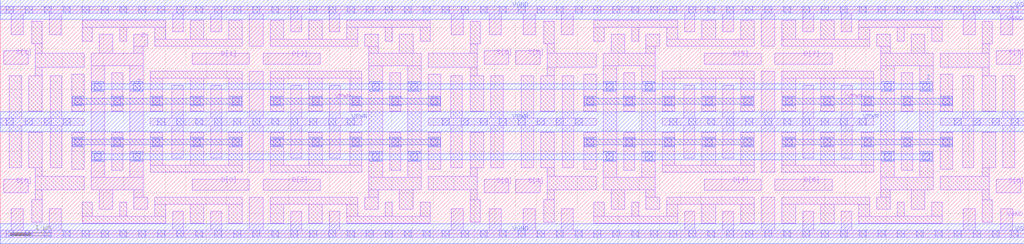
<source format=lef>
# Copyright 2020 The SkyWater PDK Authors
#
# Licensed under the Apache License, Version 2.0 (the "License");
# you may not use this file except in compliance with the License.
# You may obtain a copy of the License at
#
#     https://www.apache.org/licenses/LICENSE-2.0
#
# Unless required by applicable law or agreed to in writing, software
# distributed under the License is distributed on an "AS IS" BASIS,
# WITHOUT WARRANTIES OR CONDITIONS OF ANY KIND, either express or implied.
# See the License for the specific language governing permissions and
# limitations under the License.
#
# SPDX-License-Identifier: Apache-2.0

VERSION 5.7 ;
  NOWIREEXTENSIONATPIN ON ;
  DIVIDERCHAR "/" ;
  BUSBITCHARS "[]" ;
UNITS
  DATABASE MICRONS 200 ;
END UNITS
PROPERTYDEFINITIONS
  MACRO maskLayoutSubType STRING ;
  MACRO prCellType STRING ;
  MACRO originalViewName STRING ;
END PROPERTYDEFINITIONS
MACRO sky130_fd_sc_hdll__muxb8to1_4
  CLASS CORE ;
  FOREIGN sky130_fd_sc_hdll__muxb8to1_4 ;
  ORIGIN  0.000000  0.000000 ;
  SIZE  24.84000 BY  5.440000 ;
  SYMMETRY X Y R90 ;
  SITE unithd ;
  PIN D[0]
    ANTENNAGATEAREA  1.110000 ;
    DIRECTION INPUT ;
    USE SIGNAL ;
    PORT
      LAYER li1 ;
        RECT 4.655000 1.055000 6.045000 1.325000 ;
    END
  END D[0]
  PIN D[1]
    ANTENNAGATEAREA  1.110000 ;
    DIRECTION INPUT ;
    USE SIGNAL ;
    PORT
      LAYER li1 ;
        RECT 4.655000 4.115000 6.045000 4.385000 ;
    END
  END D[1]
  PIN D[2]
    ANTENNAGATEAREA  1.110000 ;
    DIRECTION INPUT ;
    USE SIGNAL ;
    PORT
      LAYER li1 ;
        RECT 6.375000 1.055000 7.765000 1.325000 ;
    END
  END D[2]
  PIN D[3]
    ANTENNAGATEAREA  1.110000 ;
    DIRECTION INPUT ;
    USE SIGNAL ;
    PORT
      LAYER li1 ;
        RECT 6.375000 4.115000 7.765000 4.385000 ;
    END
  END D[3]
  PIN D[4]
    ANTENNAGATEAREA  1.110000 ;
    DIRECTION INPUT ;
    USE SIGNAL ;
    PORT
      LAYER li1 ;
        RECT 17.075000 1.055000 18.465000 1.325000 ;
    END
  END D[4]
  PIN D[5]
    ANTENNAGATEAREA  1.110000 ;
    DIRECTION INPUT ;
    USE SIGNAL ;
    PORT
      LAYER li1 ;
        RECT 17.075000 4.115000 18.465000 4.385000 ;
    END
  END D[5]
  PIN D[6]
    ANTENNAGATEAREA  1.110000 ;
    DIRECTION INPUT ;
    USE SIGNAL ;
    PORT
      LAYER li1 ;
        RECT 18.795000 1.055000 20.185000 1.325000 ;
    END
  END D[6]
  PIN D[7]
    ANTENNAGATEAREA  1.110000 ;
    DIRECTION INPUT ;
    USE SIGNAL ;
    PORT
      LAYER li1 ;
        RECT 18.795000 4.115000 20.185000 4.385000 ;
    END
  END D[7]
  PIN S[0]
    ANTENNAGATEAREA  0.733200 ;
    DIRECTION INPUT ;
    USE SIGNAL ;
    PORT
      LAYER li1 ;
        RECT 0.085000 0.995000 0.680000 1.325000 ;
    END
  END S[0]
  PIN S[1]
    ANTENNAGATEAREA  0.733200 ;
    DIRECTION INPUT ;
    USE SIGNAL ;
    PORT
      LAYER li1 ;
        RECT 0.085000 4.115000 0.680000 4.445000 ;
    END
  END S[1]
  PIN S[2]
    ANTENNAGATEAREA  0.733200 ;
    DIRECTION INPUT ;
    USE SIGNAL ;
    PORT
      LAYER li1 ;
        RECT 11.740000 0.995000 12.335000 1.325000 ;
    END
  END S[2]
  PIN S[3]
    ANTENNAGATEAREA  0.733200 ;
    DIRECTION INPUT ;
    USE SIGNAL ;
    PORT
      LAYER li1 ;
        RECT 11.740000 4.115000 12.335000 4.445000 ;
    END
  END S[3]
  PIN S[4]
    ANTENNAGATEAREA  0.733200 ;
    DIRECTION INPUT ;
    USE SIGNAL ;
    PORT
      LAYER li1 ;
        RECT 12.505000 0.995000 13.100000 1.325000 ;
    END
  END S[4]
  PIN S[5]
    ANTENNAGATEAREA  0.733200 ;
    DIRECTION INPUT ;
    USE SIGNAL ;
    PORT
      LAYER li1 ;
        RECT 12.505000 4.115000 13.100000 4.445000 ;
    END
  END S[5]
  PIN S[6]
    ANTENNAGATEAREA  0.733200 ;
    DIRECTION INPUT ;
    USE SIGNAL ;
    PORT
      LAYER li1 ;
        RECT 24.160000 0.995000 24.755000 1.325000 ;
    END
  END S[6]
  PIN S[7]
    ANTENNAGATEAREA  0.733200 ;
    DIRECTION INPUT ;
    USE SIGNAL ;
    PORT
      LAYER li1 ;
        RECT 24.160000 4.115000 24.755000 4.445000 ;
    END
  END S[7]
  PIN Z
    ANTENNADIFFAREA  6.051200 ;
    DIRECTION OUTPUT ;
    USE SIGNAL ;
    PORT
      LAYER li1 ;
        RECT 2.205000 1.065000 3.475000 1.365000 ;
        RECT 2.205000 1.365000 2.535000 4.075000 ;
        RECT 2.205000 4.075000 3.475000 4.375000 ;
        RECT 2.405000 0.595000 2.735000 1.065000 ;
        RECT 2.405000 4.375000 2.735000 4.845000 ;
        RECT 3.145000 1.365000 3.475000 4.075000 ;
        RECT 3.245000 0.595000 3.575000 0.885000 ;
        RECT 3.245000 0.885000 3.475000 1.065000 ;
        RECT 3.245000 4.375000 3.475000 4.555000 ;
        RECT 3.245000 4.555000 3.575000 4.845000 ;
      LAYER mcon ;
        RECT 2.285000 1.785000 2.455000 1.955000 ;
        RECT 2.285000 3.485000 2.455000 3.655000 ;
        RECT 3.225000 1.785000 3.395000 1.955000 ;
        RECT 3.225000 3.485000 3.395000 3.655000 ;
    END
    PORT
      LAYER met1 ;
        RECT  2.225000 1.755000  2.515000 1.800000 ;
        RECT  2.225000 1.800000 22.615000 1.940000 ;
        RECT  2.225000 1.940000  2.515000 1.985000 ;
        RECT  2.225000 3.455000  2.515000 3.500000 ;
        RECT  2.225000 3.500000 22.615000 3.640000 ;
        RECT  2.225000 3.640000  2.515000 3.685000 ;
        RECT  3.165000 1.755000  3.455000 1.800000 ;
        RECT  3.165000 1.940000  3.455000 1.985000 ;
        RECT  3.165000 3.455000  3.455000 3.500000 ;
        RECT  3.165000 3.640000  3.455000 3.685000 ;
        RECT  8.965000 1.755000  9.255000 1.800000 ;
        RECT  8.965000 1.940000  9.255000 1.985000 ;
        RECT  8.965000 3.455000  9.255000 3.500000 ;
        RECT  8.965000 3.640000  9.255000 3.685000 ;
        RECT  9.905000 1.755000 10.195000 1.800000 ;
        RECT  9.905000 1.940000 10.195000 1.985000 ;
        RECT  9.905000 3.455000 10.195000 3.500000 ;
        RECT  9.905000 3.640000 10.195000 3.685000 ;
        RECT 14.645000 1.755000 14.935000 1.800000 ;
        RECT 14.645000 1.940000 14.935000 1.985000 ;
        RECT 14.645000 3.455000 14.935000 3.500000 ;
        RECT 14.645000 3.640000 14.935000 3.685000 ;
        RECT 15.585000 1.755000 15.875000 1.800000 ;
        RECT 15.585000 1.940000 15.875000 1.985000 ;
        RECT 15.585000 3.455000 15.875000 3.500000 ;
        RECT 15.585000 3.640000 15.875000 3.685000 ;
        RECT 21.385000 1.755000 21.675000 1.800000 ;
        RECT 21.385000 1.940000 21.675000 1.985000 ;
        RECT 21.385000 3.455000 21.675000 3.500000 ;
        RECT 21.385000 3.640000 21.675000 3.685000 ;
        RECT 22.325000 1.755000 22.615000 1.800000 ;
        RECT 22.325000 1.940000 22.615000 1.985000 ;
        RECT 22.325000 3.455000 22.615000 3.500000 ;
        RECT 22.325000 3.640000 22.615000 3.685000 ;
    END
  END Z
  PIN VGND
    DIRECTION INOUT ;
    USE GROUND ;
    PORT
      LAYER li1 ;
        RECT  0.000000 -0.085000 24.840000 0.085000 ;
        RECT  0.270000  0.085000  0.560000 0.610000 ;
        RECT  1.190000  0.085000  1.480000 0.610000 ;
        RECT  4.185000  0.085000  4.435000 0.545000 ;
        RECT  5.105000  0.085000  5.375000 0.545000 ;
        RECT  6.045000  0.085000  6.375000 0.885000 ;
        RECT  7.045000  0.085000  7.315000 0.545000 ;
        RECT  7.985000  0.085000  8.235000 0.545000 ;
        RECT 10.940000  0.085000 11.230000 0.610000 ;
        RECT 11.860000  0.085000 12.150000 0.610000 ;
        RECT 12.690000  0.085000 12.980000 0.610000 ;
        RECT 13.610000  0.085000 13.900000 0.610000 ;
        RECT 16.605000  0.085000 16.855000 0.545000 ;
        RECT 17.525000  0.085000 17.795000 0.545000 ;
        RECT 18.465000  0.085000 18.795000 0.885000 ;
        RECT 19.465000  0.085000 19.735000 0.545000 ;
        RECT 20.405000  0.085000 20.655000 0.545000 ;
        RECT 23.360000  0.085000 23.650000 0.610000 ;
        RECT 24.280000  0.085000 24.570000 0.610000 ;
      LAYER mcon ;
        RECT  0.145000 -0.085000  0.315000 0.085000 ;
        RECT  0.605000 -0.085000  0.775000 0.085000 ;
        RECT  1.065000 -0.085000  1.235000 0.085000 ;
        RECT  1.525000 -0.085000  1.695000 0.085000 ;
        RECT  1.985000 -0.085000  2.155000 0.085000 ;
        RECT  2.445000 -0.085000  2.615000 0.085000 ;
        RECT  2.905000 -0.085000  3.075000 0.085000 ;
        RECT  3.365000 -0.085000  3.535000 0.085000 ;
        RECT  3.825000 -0.085000  3.995000 0.085000 ;
        RECT  4.285000 -0.085000  4.455000 0.085000 ;
        RECT  4.745000 -0.085000  4.915000 0.085000 ;
        RECT  5.205000 -0.085000  5.375000 0.085000 ;
        RECT  5.665000 -0.085000  5.835000 0.085000 ;
        RECT  6.125000 -0.085000  6.295000 0.085000 ;
        RECT  6.585000 -0.085000  6.755000 0.085000 ;
        RECT  7.045000 -0.085000  7.215000 0.085000 ;
        RECT  7.505000 -0.085000  7.675000 0.085000 ;
        RECT  7.965000 -0.085000  8.135000 0.085000 ;
        RECT  8.425000 -0.085000  8.595000 0.085000 ;
        RECT  8.885000 -0.085000  9.055000 0.085000 ;
        RECT  9.345000 -0.085000  9.515000 0.085000 ;
        RECT  9.805000 -0.085000  9.975000 0.085000 ;
        RECT 10.265000 -0.085000 10.435000 0.085000 ;
        RECT 10.725000 -0.085000 10.895000 0.085000 ;
        RECT 11.185000 -0.085000 11.355000 0.085000 ;
        RECT 11.645000 -0.085000 11.815000 0.085000 ;
        RECT 12.105000 -0.085000 12.275000 0.085000 ;
        RECT 12.565000 -0.085000 12.735000 0.085000 ;
        RECT 13.025000 -0.085000 13.195000 0.085000 ;
        RECT 13.485000 -0.085000 13.655000 0.085000 ;
        RECT 13.945000 -0.085000 14.115000 0.085000 ;
        RECT 14.405000 -0.085000 14.575000 0.085000 ;
        RECT 14.865000 -0.085000 15.035000 0.085000 ;
        RECT 15.325000 -0.085000 15.495000 0.085000 ;
        RECT 15.785000 -0.085000 15.955000 0.085000 ;
        RECT 16.245000 -0.085000 16.415000 0.085000 ;
        RECT 16.705000 -0.085000 16.875000 0.085000 ;
        RECT 17.165000 -0.085000 17.335000 0.085000 ;
        RECT 17.625000 -0.085000 17.795000 0.085000 ;
        RECT 18.085000 -0.085000 18.255000 0.085000 ;
        RECT 18.545000 -0.085000 18.715000 0.085000 ;
        RECT 19.005000 -0.085000 19.175000 0.085000 ;
        RECT 19.465000 -0.085000 19.635000 0.085000 ;
        RECT 19.925000 -0.085000 20.095000 0.085000 ;
        RECT 20.385000 -0.085000 20.555000 0.085000 ;
        RECT 20.845000 -0.085000 21.015000 0.085000 ;
        RECT 21.305000 -0.085000 21.475000 0.085000 ;
        RECT 21.765000 -0.085000 21.935000 0.085000 ;
        RECT 22.225000 -0.085000 22.395000 0.085000 ;
        RECT 22.685000 -0.085000 22.855000 0.085000 ;
        RECT 23.145000 -0.085000 23.315000 0.085000 ;
        RECT 23.605000 -0.085000 23.775000 0.085000 ;
        RECT 24.065000 -0.085000 24.235000 0.085000 ;
        RECT 24.525000 -0.085000 24.695000 0.085000 ;
    END
    PORT
      LAYER li1 ;
        RECT  0.000000 5.355000 24.840000 5.525000 ;
        RECT  0.270000 4.830000  0.560000 5.355000 ;
        RECT  1.190000 4.830000  1.480000 5.355000 ;
        RECT  4.185000 4.895000  4.435000 5.355000 ;
        RECT  5.105000 4.895000  5.375000 5.355000 ;
        RECT  6.045000 4.555000  6.375000 5.355000 ;
        RECT  7.045000 4.895000  7.315000 5.355000 ;
        RECT  7.985000 4.895000  8.235000 5.355000 ;
        RECT 10.940000 4.830000 11.230000 5.355000 ;
        RECT 11.860000 4.830000 12.150000 5.355000 ;
        RECT 12.690000 4.830000 12.980000 5.355000 ;
        RECT 13.610000 4.830000 13.900000 5.355000 ;
        RECT 16.605000 4.895000 16.855000 5.355000 ;
        RECT 17.525000 4.895000 17.795000 5.355000 ;
        RECT 18.465000 4.555000 18.795000 5.355000 ;
        RECT 19.465000 4.895000 19.735000 5.355000 ;
        RECT 20.405000 4.895000 20.655000 5.355000 ;
        RECT 23.360000 4.830000 23.650000 5.355000 ;
        RECT 24.280000 4.830000 24.570000 5.355000 ;
      LAYER mcon ;
        RECT  0.145000 5.355000  0.315000 5.525000 ;
        RECT  0.605000 5.355000  0.775000 5.525000 ;
        RECT  1.065000 5.355000  1.235000 5.525000 ;
        RECT  1.525000 5.355000  1.695000 5.525000 ;
        RECT  1.985000 5.355000  2.155000 5.525000 ;
        RECT  2.445000 5.355000  2.615000 5.525000 ;
        RECT  2.905000 5.355000  3.075000 5.525000 ;
        RECT  3.365000 5.355000  3.535000 5.525000 ;
        RECT  3.825000 5.355000  3.995000 5.525000 ;
        RECT  4.285000 5.355000  4.455000 5.525000 ;
        RECT  4.745000 5.355000  4.915000 5.525000 ;
        RECT  5.205000 5.355000  5.375000 5.525000 ;
        RECT  5.665000 5.355000  5.835000 5.525000 ;
        RECT  6.125000 5.355000  6.295000 5.525000 ;
        RECT  6.585000 5.355000  6.755000 5.525000 ;
        RECT  7.045000 5.355000  7.215000 5.525000 ;
        RECT  7.505000 5.355000  7.675000 5.525000 ;
        RECT  7.965000 5.355000  8.135000 5.525000 ;
        RECT  8.425000 5.355000  8.595000 5.525000 ;
        RECT  8.885000 5.355000  9.055000 5.525000 ;
        RECT  9.345000 5.355000  9.515000 5.525000 ;
        RECT  9.805000 5.355000  9.975000 5.525000 ;
        RECT 10.265000 5.355000 10.435000 5.525000 ;
        RECT 10.725000 5.355000 10.895000 5.525000 ;
        RECT 11.185000 5.355000 11.355000 5.525000 ;
        RECT 11.645000 5.355000 11.815000 5.525000 ;
        RECT 12.105000 5.355000 12.275000 5.525000 ;
        RECT 12.565000 5.355000 12.735000 5.525000 ;
        RECT 13.025000 5.355000 13.195000 5.525000 ;
        RECT 13.485000 5.355000 13.655000 5.525000 ;
        RECT 13.945000 5.355000 14.115000 5.525000 ;
        RECT 14.405000 5.355000 14.575000 5.525000 ;
        RECT 14.865000 5.355000 15.035000 5.525000 ;
        RECT 15.325000 5.355000 15.495000 5.525000 ;
        RECT 15.785000 5.355000 15.955000 5.525000 ;
        RECT 16.245000 5.355000 16.415000 5.525000 ;
        RECT 16.705000 5.355000 16.875000 5.525000 ;
        RECT 17.165000 5.355000 17.335000 5.525000 ;
        RECT 17.625000 5.355000 17.795000 5.525000 ;
        RECT 18.085000 5.355000 18.255000 5.525000 ;
        RECT 18.545000 5.355000 18.715000 5.525000 ;
        RECT 19.005000 5.355000 19.175000 5.525000 ;
        RECT 19.465000 5.355000 19.635000 5.525000 ;
        RECT 19.925000 5.355000 20.095000 5.525000 ;
        RECT 20.385000 5.355000 20.555000 5.525000 ;
        RECT 20.845000 5.355000 21.015000 5.525000 ;
        RECT 21.305000 5.355000 21.475000 5.525000 ;
        RECT 21.765000 5.355000 21.935000 5.525000 ;
        RECT 22.225000 5.355000 22.395000 5.525000 ;
        RECT 22.685000 5.355000 22.855000 5.525000 ;
        RECT 23.145000 5.355000 23.315000 5.525000 ;
        RECT 23.605000 5.355000 23.775000 5.525000 ;
        RECT 24.065000 5.355000 24.235000 5.525000 ;
        RECT 24.525000 5.355000 24.695000 5.525000 ;
    END
    PORT
      LAYER met1 ;
        RECT 0.000000 -0.240000 24.840000 0.240000 ;
    END
    PORT
      LAYER met1 ;
        RECT 0.000000 5.200000 24.840000 5.680000 ;
    END
  END VGND
  PIN VPWR
    DIRECTION INOUT ;
    USE POWER ;
    PORT
      LAYER li1 ;
        RECT 16.065000 2.635000 21.195000 2.805000 ;
        RECT 16.585000 1.835000 16.855000 2.635000 ;
        RECT 16.585000 2.805000 16.855000 3.605000 ;
        RECT 17.525000 1.835000 17.795000 2.635000 ;
        RECT 17.525000 2.805000 17.795000 3.605000 ;
        RECT 18.465000 1.495000 18.795000 2.635000 ;
        RECT 18.465000 2.805000 18.795000 3.945000 ;
        RECT 19.465000 1.835000 19.735000 2.635000 ;
        RECT 19.465000 2.805000 19.735000 3.605000 ;
        RECT 20.405000 1.835000 20.675000 2.635000 ;
        RECT 20.405000 2.805000 20.675000 3.605000 ;
      LAYER mcon ;
        RECT 16.245000 2.635000 16.415000 2.805000 ;
        RECT 16.705000 2.635000 16.875000 2.805000 ;
        RECT 17.165000 2.635000 17.335000 2.805000 ;
        RECT 17.625000 2.635000 17.795000 2.805000 ;
        RECT 18.085000 2.635000 18.255000 2.805000 ;
        RECT 18.545000 2.635000 18.715000 2.805000 ;
        RECT 19.005000 2.635000 19.175000 2.805000 ;
        RECT 19.465000 2.635000 19.635000 2.805000 ;
        RECT 19.925000 2.635000 20.095000 2.805000 ;
        RECT 20.385000 2.635000 20.555000 2.805000 ;
        RECT 20.845000 2.635000 21.015000 2.805000 ;
    END
    PORT
      LAYER li1 ;
        RECT 3.645000 2.635000 8.775000 2.805000 ;
        RECT 4.165000 1.835000 4.435000 2.635000 ;
        RECT 4.165000 2.805000 4.435000 3.605000 ;
        RECT 5.105000 1.835000 5.375000 2.635000 ;
        RECT 5.105000 2.805000 5.375000 3.605000 ;
        RECT 6.045000 1.495000 6.375000 2.635000 ;
        RECT 6.045000 2.805000 6.375000 3.945000 ;
        RECT 7.045000 1.835000 7.315000 2.635000 ;
        RECT 7.045000 2.805000 7.315000 3.605000 ;
        RECT 7.985000 1.835000 8.255000 2.635000 ;
        RECT 7.985000 2.805000 8.255000 3.605000 ;
      LAYER mcon ;
        RECT 3.825000 2.635000 3.995000 2.805000 ;
        RECT 4.285000 2.635000 4.455000 2.805000 ;
        RECT 4.745000 2.635000 4.915000 2.805000 ;
        RECT 5.205000 2.635000 5.375000 2.805000 ;
        RECT 5.665000 2.635000 5.835000 2.805000 ;
        RECT 6.125000 2.635000 6.295000 2.805000 ;
        RECT 6.585000 2.635000 6.755000 2.805000 ;
        RECT 7.045000 2.635000 7.215000 2.805000 ;
        RECT 7.505000 2.635000 7.675000 2.805000 ;
        RECT 7.965000 2.635000 8.135000 2.805000 ;
        RECT 8.425000 2.635000 8.595000 2.805000 ;
    END
    PORT
      LAYER met1 ;
        RECT 0.000000 2.480000 24.840000 2.960000 ;
    END
  END VPWR
  OBS
    LAYER li1 ;
      RECT  0.000000 2.635000  2.035000 2.805000 ;
      RECT  0.220000 1.605000  0.520000 2.635000 ;
      RECT  0.220000 2.805000  0.520000 3.835000 ;
      RECT  0.690000 1.605000  1.020000 2.465000 ;
      RECT  0.690000 2.975000  1.020000 3.835000 ;
      RECT  0.770000 0.280000  1.020000 0.825000 ;
      RECT  0.770000 4.615000  1.020000 5.160000 ;
      RECT  0.850000 0.825000  1.020000 1.065000 ;
      RECT  0.850000 1.065000  2.035000 1.395000 ;
      RECT  0.850000 1.395000  1.020000 1.605000 ;
      RECT  0.850000 3.835000  1.020000 4.045000 ;
      RECT  0.850000 4.045000  2.035000 4.375000 ;
      RECT  0.850000 4.375000  1.020000 4.615000 ;
      RECT  1.215000 1.605000  1.490000 2.635000 ;
      RECT  1.215000 2.805000  1.490000 3.835000 ;
      RECT  1.735000 1.565000  2.035000 2.465000 ;
      RECT  1.735000 2.975000  2.035000 3.875000 ;
      RECT  1.985000 0.255000  4.015000 0.425000 ;
      RECT  1.985000 0.425000  2.235000 0.770000 ;
      RECT  1.985000 4.670000  2.235000 5.015000 ;
      RECT  1.985000 5.015000  4.015000 5.185000 ;
      RECT  2.705000 1.535000  2.975000 2.465000 ;
      RECT  2.705000 2.975000  2.975000 3.905000 ;
      RECT  2.905000 0.425000  3.075000 0.770000 ;
      RECT  2.905000 4.670000  3.075000 5.015000 ;
      RECT  3.645000 1.495000  5.875000 1.665000 ;
      RECT  3.645000 1.665000  3.945000 2.465000 ;
      RECT  3.645000 2.975000  3.945000 3.775000 ;
      RECT  3.645000 3.775000  5.875000 3.945000 ;
      RECT  3.745000 0.425000  4.015000 0.715000 ;
      RECT  3.745000 0.715000  5.875000 0.885000 ;
      RECT  3.745000 4.555000  5.875000 4.725000 ;
      RECT  3.745000 4.725000  4.015000 5.015000 ;
      RECT  4.605000 0.255000  4.935000 0.715000 ;
      RECT  4.605000 1.665000  4.935000 2.465000 ;
      RECT  4.605000 2.975000  4.935000 3.775000 ;
      RECT  4.605000 4.725000  4.935000 5.185000 ;
      RECT  5.545000 0.255000  5.875000 0.715000 ;
      RECT  5.545000 1.665000  5.875000 2.465000 ;
      RECT  5.545000 2.975000  5.875000 3.775000 ;
      RECT  5.545000 4.725000  5.875000 5.185000 ;
      RECT  6.545000 0.255000  6.875000 0.715000 ;
      RECT  6.545000 0.715000  8.675000 0.885000 ;
      RECT  6.545000 1.495000  8.775000 1.665000 ;
      RECT  6.545000 1.665000  6.875000 2.465000 ;
      RECT  6.545000 2.975000  6.875000 3.775000 ;
      RECT  6.545000 3.775000  8.775000 3.945000 ;
      RECT  6.545000 4.555000  8.675000 4.725000 ;
      RECT  6.545000 4.725000  6.875000 5.185000 ;
      RECT  7.485000 0.255000  7.815000 0.715000 ;
      RECT  7.485000 1.665000  7.815000 2.465000 ;
      RECT  7.485000 2.975000  7.815000 3.775000 ;
      RECT  7.485000 4.725000  7.815000 5.185000 ;
      RECT  8.405000 0.255000 10.435000 0.425000 ;
      RECT  8.405000 0.425000  8.675000 0.715000 ;
      RECT  8.405000 4.725000  8.675000 5.015000 ;
      RECT  8.405000 5.015000 10.435000 5.185000 ;
      RECT  8.475000 1.665000  8.775000 2.465000 ;
      RECT  8.475000 2.975000  8.775000 3.775000 ;
      RECT  8.845000 0.595000  9.175000 0.885000 ;
      RECT  8.845000 4.555000  9.175000 4.845000 ;
      RECT  8.945000 0.885000  9.175000 1.065000 ;
      RECT  8.945000 1.065000 10.215000 1.365000 ;
      RECT  8.945000 1.365000  9.275000 4.075000 ;
      RECT  8.945000 4.075000 10.215000 4.375000 ;
      RECT  8.945000 4.375000  9.175000 4.555000 ;
      RECT  9.345000 0.425000  9.515000 0.770000 ;
      RECT  9.345000 4.670000  9.515000 5.015000 ;
      RECT  9.445000 1.535000  9.715000 2.465000 ;
      RECT  9.445000 2.975000  9.715000 3.905000 ;
      RECT  9.685000 0.595000 10.015000 1.065000 ;
      RECT  9.685000 4.375000 10.015000 4.845000 ;
      RECT  9.885000 1.365000 10.215000 4.075000 ;
      RECT 10.185000 0.425000 10.435000 0.770000 ;
      RECT 10.185000 4.670000 10.435000 5.015000 ;
      RECT 10.385000 1.065000 11.570000 1.395000 ;
      RECT 10.385000 1.565000 10.685000 2.465000 ;
      RECT 10.385000 2.635000 14.455000 2.805000 ;
      RECT 10.385000 2.975000 10.685000 3.875000 ;
      RECT 10.385000 4.045000 11.570000 4.375000 ;
      RECT 10.930000 1.605000 11.205000 2.635000 ;
      RECT 10.930000 2.805000 11.205000 3.835000 ;
      RECT 11.400000 0.280000 11.650000 0.825000 ;
      RECT 11.400000 0.825000 11.570000 1.065000 ;
      RECT 11.400000 1.395000 11.570000 1.605000 ;
      RECT 11.400000 1.605000 11.730000 2.465000 ;
      RECT 11.400000 2.975000 11.730000 3.835000 ;
      RECT 11.400000 3.835000 11.570000 4.045000 ;
      RECT 11.400000 4.375000 11.570000 4.615000 ;
      RECT 11.400000 4.615000 11.650000 5.160000 ;
      RECT 11.900000 1.605000 12.200000 2.635000 ;
      RECT 11.900000 2.805000 12.200000 3.835000 ;
      RECT 12.640000 1.605000 12.940000 2.635000 ;
      RECT 12.640000 2.805000 12.940000 3.835000 ;
      RECT 13.110000 1.605000 13.440000 2.465000 ;
      RECT 13.110000 2.975000 13.440000 3.835000 ;
      RECT 13.190000 0.280000 13.440000 0.825000 ;
      RECT 13.190000 4.615000 13.440000 5.160000 ;
      RECT 13.270000 0.825000 13.440000 1.065000 ;
      RECT 13.270000 1.065000 14.455000 1.395000 ;
      RECT 13.270000 1.395000 13.440000 1.605000 ;
      RECT 13.270000 3.835000 13.440000 4.045000 ;
      RECT 13.270000 4.045000 14.455000 4.375000 ;
      RECT 13.270000 4.375000 13.440000 4.615000 ;
      RECT 13.635000 1.605000 13.910000 2.635000 ;
      RECT 13.635000 2.805000 13.910000 3.835000 ;
      RECT 14.155000 1.565000 14.455000 2.465000 ;
      RECT 14.155000 2.975000 14.455000 3.875000 ;
      RECT 14.405000 0.255000 16.435000 0.425000 ;
      RECT 14.405000 0.425000 14.655000 0.770000 ;
      RECT 14.405000 4.670000 14.655000 5.015000 ;
      RECT 14.405000 5.015000 16.435000 5.185000 ;
      RECT 14.625000 1.065000 15.895000 1.365000 ;
      RECT 14.625000 1.365000 14.955000 4.075000 ;
      RECT 14.625000 4.075000 15.895000 4.375000 ;
      RECT 14.825000 0.595000 15.155000 1.065000 ;
      RECT 14.825000 4.375000 15.155000 4.845000 ;
      RECT 15.125000 1.535000 15.395000 2.465000 ;
      RECT 15.125000 2.975000 15.395000 3.905000 ;
      RECT 15.325000 0.425000 15.495000 0.770000 ;
      RECT 15.325000 4.670000 15.495000 5.015000 ;
      RECT 15.565000 1.365000 15.895000 4.075000 ;
      RECT 15.665000 0.595000 15.995000 0.885000 ;
      RECT 15.665000 0.885000 15.895000 1.065000 ;
      RECT 15.665000 4.375000 15.895000 4.555000 ;
      RECT 15.665000 4.555000 15.995000 4.845000 ;
      RECT 16.065000 1.495000 18.295000 1.665000 ;
      RECT 16.065000 1.665000 16.365000 2.465000 ;
      RECT 16.065000 2.975000 16.365000 3.775000 ;
      RECT 16.065000 3.775000 18.295000 3.945000 ;
      RECT 16.165000 0.425000 16.435000 0.715000 ;
      RECT 16.165000 0.715000 18.295000 0.885000 ;
      RECT 16.165000 4.555000 18.295000 4.725000 ;
      RECT 16.165000 4.725000 16.435000 5.015000 ;
      RECT 17.025000 0.255000 17.355000 0.715000 ;
      RECT 17.025000 1.665000 17.355000 2.465000 ;
      RECT 17.025000 2.975000 17.355000 3.775000 ;
      RECT 17.025000 4.725000 17.355000 5.185000 ;
      RECT 17.965000 0.255000 18.295000 0.715000 ;
      RECT 17.965000 1.665000 18.295000 2.465000 ;
      RECT 17.965000 2.975000 18.295000 3.775000 ;
      RECT 17.965000 4.725000 18.295000 5.185000 ;
      RECT 18.965000 0.255000 19.295000 0.715000 ;
      RECT 18.965000 0.715000 21.095000 0.885000 ;
      RECT 18.965000 1.495000 21.195000 1.665000 ;
      RECT 18.965000 1.665000 19.295000 2.465000 ;
      RECT 18.965000 2.975000 19.295000 3.775000 ;
      RECT 18.965000 3.775000 21.195000 3.945000 ;
      RECT 18.965000 4.555000 21.095000 4.725000 ;
      RECT 18.965000 4.725000 19.295000 5.185000 ;
      RECT 19.905000 0.255000 20.235000 0.715000 ;
      RECT 19.905000 1.665000 20.235000 2.465000 ;
      RECT 19.905000 2.975000 20.235000 3.775000 ;
      RECT 19.905000 4.725000 20.235000 5.185000 ;
      RECT 20.825000 0.255000 22.855000 0.425000 ;
      RECT 20.825000 0.425000 21.095000 0.715000 ;
      RECT 20.825000 4.725000 21.095000 5.015000 ;
      RECT 20.825000 5.015000 22.855000 5.185000 ;
      RECT 20.895000 1.665000 21.195000 2.465000 ;
      RECT 20.895000 2.975000 21.195000 3.775000 ;
      RECT 21.265000 0.595000 21.595000 0.885000 ;
      RECT 21.265000 4.555000 21.595000 4.845000 ;
      RECT 21.365000 0.885000 21.595000 1.065000 ;
      RECT 21.365000 1.065000 22.635000 1.365000 ;
      RECT 21.365000 1.365000 21.695000 4.075000 ;
      RECT 21.365000 4.075000 22.635000 4.375000 ;
      RECT 21.365000 4.375000 21.595000 4.555000 ;
      RECT 21.765000 0.425000 21.935000 0.770000 ;
      RECT 21.765000 4.670000 21.935000 5.015000 ;
      RECT 21.865000 1.535000 22.135000 2.465000 ;
      RECT 21.865000 2.975000 22.135000 3.905000 ;
      RECT 22.105000 0.595000 22.435000 1.065000 ;
      RECT 22.105000 4.375000 22.435000 4.845000 ;
      RECT 22.305000 1.365000 22.635000 4.075000 ;
      RECT 22.605000 0.425000 22.855000 0.770000 ;
      RECT 22.605000 4.670000 22.855000 5.015000 ;
      RECT 22.805000 1.065000 23.990000 1.395000 ;
      RECT 22.805000 1.565000 23.105000 2.465000 ;
      RECT 22.805000 2.635000 24.840000 2.805000 ;
      RECT 22.805000 2.975000 23.105000 3.875000 ;
      RECT 22.805000 4.045000 23.990000 4.375000 ;
      RECT 23.350000 1.605000 23.625000 2.635000 ;
      RECT 23.350000 2.805000 23.625000 3.835000 ;
      RECT 23.820000 0.280000 24.070000 0.825000 ;
      RECT 23.820000 0.825000 23.990000 1.065000 ;
      RECT 23.820000 1.395000 23.990000 1.605000 ;
      RECT 23.820000 1.605000 24.150000 2.465000 ;
      RECT 23.820000 2.975000 24.150000 3.835000 ;
      RECT 23.820000 3.835000 23.990000 4.045000 ;
      RECT 23.820000 4.375000 23.990000 4.615000 ;
      RECT 23.820000 4.615000 24.070000 5.160000 ;
      RECT 24.320000 1.605000 24.620000 2.635000 ;
      RECT 24.320000 2.805000 24.620000 3.835000 ;
    LAYER mcon ;
      RECT  0.145000 2.635000  0.315000 2.805000 ;
      RECT  0.605000 2.635000  0.775000 2.805000 ;
      RECT  1.065000 2.635000  1.235000 2.805000 ;
      RECT  1.525000 2.635000  1.695000 2.805000 ;
      RECT  1.805000 2.140000  1.975000 2.310000 ;
      RECT  1.805000 3.130000  1.975000 3.300000 ;
      RECT  2.755000 2.140000  2.925000 2.310000 ;
      RECT  2.755000 3.130000  2.925000 3.300000 ;
      RECT  3.705000 2.140000  3.875000 2.310000 ;
      RECT  3.705000 3.130000  3.875000 3.300000 ;
      RECT  4.685000 2.140000  4.855000 2.310000 ;
      RECT  4.685000 3.130000  4.855000 3.300000 ;
      RECT  5.625000 2.140000  5.795000 2.310000 ;
      RECT  5.625000 3.130000  5.795000 3.300000 ;
      RECT  6.625000 2.140000  6.795000 2.310000 ;
      RECT  6.625000 3.130000  6.795000 3.300000 ;
      RECT  7.565000 2.140000  7.735000 2.310000 ;
      RECT  7.565000 3.130000  7.735000 3.300000 ;
      RECT  8.545000 2.140000  8.715000 2.310000 ;
      RECT  8.545000 3.130000  8.715000 3.300000 ;
      RECT  9.025000 1.785000  9.195000 1.955000 ;
      RECT  9.025000 3.485000  9.195000 3.655000 ;
      RECT  9.495000 2.140000  9.665000 2.310000 ;
      RECT  9.495000 3.130000  9.665000 3.300000 ;
      RECT  9.965000 1.785000 10.135000 1.955000 ;
      RECT  9.965000 3.485000 10.135000 3.655000 ;
      RECT 10.445000 2.140000 10.615000 2.310000 ;
      RECT 10.445000 3.130000 10.615000 3.300000 ;
      RECT 10.725000 2.635000 10.895000 2.805000 ;
      RECT 11.185000 2.635000 11.355000 2.805000 ;
      RECT 11.645000 2.635000 11.815000 2.805000 ;
      RECT 12.105000 2.635000 12.275000 2.805000 ;
      RECT 12.565000 2.635000 12.735000 2.805000 ;
      RECT 13.025000 2.635000 13.195000 2.805000 ;
      RECT 13.485000 2.635000 13.655000 2.805000 ;
      RECT 13.945000 2.635000 14.115000 2.805000 ;
      RECT 14.225000 2.140000 14.395000 2.310000 ;
      RECT 14.225000 3.130000 14.395000 3.300000 ;
      RECT 14.705000 1.785000 14.875000 1.955000 ;
      RECT 14.705000 3.485000 14.875000 3.655000 ;
      RECT 15.175000 2.140000 15.345000 2.310000 ;
      RECT 15.175000 3.130000 15.345000 3.300000 ;
      RECT 15.645000 1.785000 15.815000 1.955000 ;
      RECT 15.645000 3.485000 15.815000 3.655000 ;
      RECT 16.125000 2.140000 16.295000 2.310000 ;
      RECT 16.125000 3.130000 16.295000 3.300000 ;
      RECT 17.105000 2.140000 17.275000 2.310000 ;
      RECT 17.105000 3.130000 17.275000 3.300000 ;
      RECT 18.045000 2.140000 18.215000 2.310000 ;
      RECT 18.045000 3.130000 18.215000 3.300000 ;
      RECT 19.045000 2.140000 19.215000 2.310000 ;
      RECT 19.045000 3.130000 19.215000 3.300000 ;
      RECT 19.985000 2.140000 20.155000 2.310000 ;
      RECT 19.985000 3.130000 20.155000 3.300000 ;
      RECT 20.965000 2.140000 21.135000 2.310000 ;
      RECT 20.965000 3.130000 21.135000 3.300000 ;
      RECT 21.445000 1.785000 21.615000 1.955000 ;
      RECT 21.445000 3.485000 21.615000 3.655000 ;
      RECT 21.915000 2.140000 22.085000 2.310000 ;
      RECT 21.915000 3.130000 22.085000 3.300000 ;
      RECT 22.385000 1.785000 22.555000 1.955000 ;
      RECT 22.385000 3.485000 22.555000 3.655000 ;
      RECT 22.865000 2.140000 23.035000 2.310000 ;
      RECT 22.865000 3.130000 23.035000 3.300000 ;
      RECT 23.145000 2.635000 23.315000 2.805000 ;
      RECT 23.605000 2.635000 23.775000 2.805000 ;
      RECT 24.065000 2.635000 24.235000 2.805000 ;
      RECT 24.525000 2.635000 24.695000 2.805000 ;
    LAYER met1 ;
      RECT  1.745000 2.110000  2.035000 2.155000 ;
      RECT  1.745000 2.155000  5.855000 2.295000 ;
      RECT  1.745000 2.295000  2.035000 2.340000 ;
      RECT  1.745000 3.100000  2.035000 3.145000 ;
      RECT  1.745000 3.145000  5.855000 3.285000 ;
      RECT  1.745000 3.285000  2.035000 3.330000 ;
      RECT  2.695000 2.110000  2.985000 2.155000 ;
      RECT  2.695000 2.295000  2.985000 2.340000 ;
      RECT  2.695000 3.100000  2.985000 3.145000 ;
      RECT  2.695000 3.285000  2.985000 3.330000 ;
      RECT  3.645000 2.110000  3.935000 2.155000 ;
      RECT  3.645000 2.295000  3.935000 2.340000 ;
      RECT  3.645000 3.100000  3.935000 3.145000 ;
      RECT  3.645000 3.285000  3.935000 3.330000 ;
      RECT  4.625000 2.110000  4.915000 2.155000 ;
      RECT  4.625000 2.295000  4.915000 2.340000 ;
      RECT  4.625000 3.100000  4.915000 3.145000 ;
      RECT  4.625000 3.285000  4.915000 3.330000 ;
      RECT  5.565000 2.110000  5.855000 2.155000 ;
      RECT  5.565000 2.295000  5.855000 2.340000 ;
      RECT  5.565000 3.100000  5.855000 3.145000 ;
      RECT  5.565000 3.285000  5.855000 3.330000 ;
      RECT  6.565000 2.110000  6.855000 2.155000 ;
      RECT  6.565000 2.155000 10.675000 2.295000 ;
      RECT  6.565000 2.295000  6.855000 2.340000 ;
      RECT  6.565000 3.100000  6.855000 3.145000 ;
      RECT  6.565000 3.145000 10.675000 3.285000 ;
      RECT  6.565000 3.285000  6.855000 3.330000 ;
      RECT  7.505000 2.110000  7.795000 2.155000 ;
      RECT  7.505000 2.295000  7.795000 2.340000 ;
      RECT  7.505000 3.100000  7.795000 3.145000 ;
      RECT  7.505000 3.285000  7.795000 3.330000 ;
      RECT  8.485000 2.110000  8.775000 2.155000 ;
      RECT  8.485000 2.295000  8.775000 2.340000 ;
      RECT  8.485000 3.100000  8.775000 3.145000 ;
      RECT  8.485000 3.285000  8.775000 3.330000 ;
      RECT  9.435000 2.110000  9.725000 2.155000 ;
      RECT  9.435000 2.295000  9.725000 2.340000 ;
      RECT  9.435000 3.100000  9.725000 3.145000 ;
      RECT  9.435000 3.285000  9.725000 3.330000 ;
      RECT 10.385000 2.110000 10.675000 2.155000 ;
      RECT 10.385000 2.295000 10.675000 2.340000 ;
      RECT 10.385000 3.100000 10.675000 3.145000 ;
      RECT 10.385000 3.285000 10.675000 3.330000 ;
      RECT 14.165000 2.110000 14.455000 2.155000 ;
      RECT 14.165000 2.155000 18.275000 2.295000 ;
      RECT 14.165000 2.295000 14.455000 2.340000 ;
      RECT 14.165000 3.100000 14.455000 3.145000 ;
      RECT 14.165000 3.145000 18.275000 3.285000 ;
      RECT 14.165000 3.285000 14.455000 3.330000 ;
      RECT 15.115000 2.110000 15.405000 2.155000 ;
      RECT 15.115000 2.295000 15.405000 2.340000 ;
      RECT 15.115000 3.100000 15.405000 3.145000 ;
      RECT 15.115000 3.285000 15.405000 3.330000 ;
      RECT 16.065000 2.110000 16.355000 2.155000 ;
      RECT 16.065000 2.295000 16.355000 2.340000 ;
      RECT 16.065000 3.100000 16.355000 3.145000 ;
      RECT 16.065000 3.285000 16.355000 3.330000 ;
      RECT 17.045000 2.110000 17.335000 2.155000 ;
      RECT 17.045000 2.295000 17.335000 2.340000 ;
      RECT 17.045000 3.100000 17.335000 3.145000 ;
      RECT 17.045000 3.285000 17.335000 3.330000 ;
      RECT 17.985000 2.110000 18.275000 2.155000 ;
      RECT 17.985000 2.295000 18.275000 2.340000 ;
      RECT 17.985000 3.100000 18.275000 3.145000 ;
      RECT 17.985000 3.285000 18.275000 3.330000 ;
      RECT 18.985000 2.110000 19.275000 2.155000 ;
      RECT 18.985000 2.155000 23.095000 2.295000 ;
      RECT 18.985000 2.295000 19.275000 2.340000 ;
      RECT 18.985000 3.100000 19.275000 3.145000 ;
      RECT 18.985000 3.145000 23.095000 3.285000 ;
      RECT 18.985000 3.285000 19.275000 3.330000 ;
      RECT 19.925000 2.110000 20.215000 2.155000 ;
      RECT 19.925000 2.295000 20.215000 2.340000 ;
      RECT 19.925000 3.100000 20.215000 3.145000 ;
      RECT 19.925000 3.285000 20.215000 3.330000 ;
      RECT 20.905000 2.110000 21.195000 2.155000 ;
      RECT 20.905000 2.295000 21.195000 2.340000 ;
      RECT 20.905000 3.100000 21.195000 3.145000 ;
      RECT 20.905000 3.285000 21.195000 3.330000 ;
      RECT 21.855000 2.110000 22.145000 2.155000 ;
      RECT 21.855000 2.295000 22.145000 2.340000 ;
      RECT 21.855000 3.100000 22.145000 3.145000 ;
      RECT 21.855000 3.285000 22.145000 3.330000 ;
      RECT 22.805000 2.110000 23.095000 2.155000 ;
      RECT 22.805000 2.295000 23.095000 2.340000 ;
      RECT 22.805000 3.100000 23.095000 3.145000 ;
      RECT 22.805000 3.285000 23.095000 3.330000 ;
  END
  PROPERTY maskLayoutSubType "abstract" ;
  PROPERTY prCellType "standard" ;
  PROPERTY originalViewName "layout" ;
END sky130_fd_sc_hdll__muxb8to1_4
END LIBRARY

</source>
